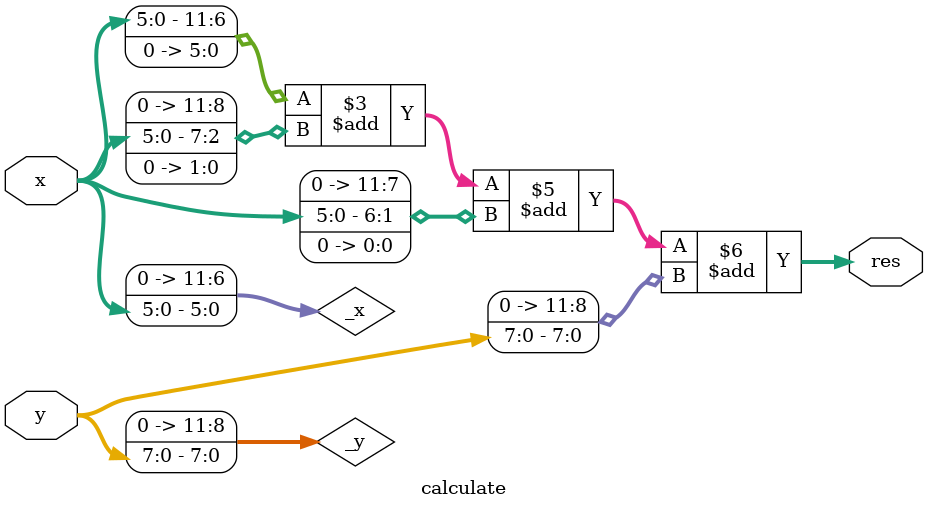
<source format=v>
module calculate(x, y, res); // 计算70x+y
	input [5:0]x;
	input [7:0]y;
	wire [11:0]_x = {6'b0, x};
	wire [11:0]_y = {4'b0, y};
	output [11:0]res;
	assign res = (_x << 6) + (_x << 2) + (_x << 1) + _y;
endmodule
</source>
